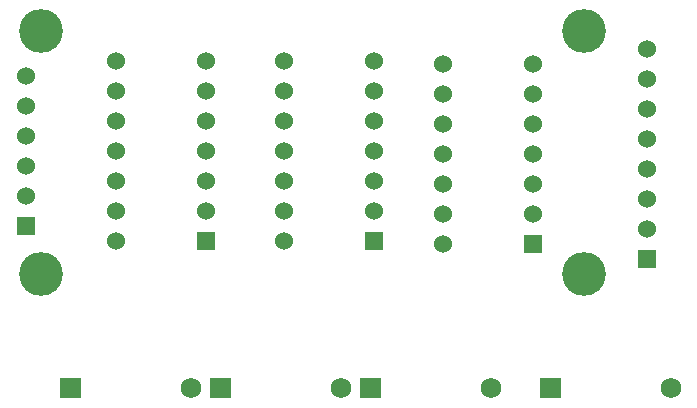
<source format=gbr>
G04 start of page 5 for group 3 idx 3 *
G04 Title: (unknown), signal3 *
G04 Creator: pcb 4.2.2 *
G04 CreationDate: Sat Jan  4 21:18:30 2025 UTC *
G04 For: electronics *
G04 Format: Gerber/RS-274X *
G04 PCB-Dimensions (mil): 2500.00 1500.00 *
G04 PCB-Coordinate-Origin: lower left *
%MOIN*%
%FSLAX25Y25*%
%LNGROUP3*%
%ADD39C,0.0280*%
%ADD38C,0.0380*%
%ADD37C,0.1200*%
%ADD36C,0.1460*%
%ADD35C,0.0600*%
%ADD34C,0.0001*%
%ADD33C,0.0680*%
G54D33*X230000Y20000D03*
G54D34*G36*
X219000Y66000D02*Y60000D01*
X225000D01*
Y66000D01*
X219000D01*
G37*
G54D35*X222000Y73000D03*
Y83000D03*
Y93000D03*
Y103000D03*
Y113000D03*
Y123000D03*
Y133000D03*
G54D34*G36*
X126600Y23400D02*Y16600D01*
X133400D01*
Y23400D01*
X126600D01*
G37*
G54D33*X170000Y20000D03*
X120000D03*
G54D34*G36*
X186600Y23400D02*Y16600D01*
X193400D01*
Y23400D01*
X186600D01*
G37*
G36*
X181000Y71000D02*Y65000D01*
X187000D01*
Y71000D01*
X181000D01*
G37*
G54D35*X184000Y78000D03*
Y88000D03*
Y98000D03*
Y108000D03*
Y118000D03*
Y128000D03*
X154000D03*
X101000Y129000D03*
X154000Y118000D03*
X101000Y119000D03*
Y109000D03*
Y99000D03*
Y89000D03*
X154000Y108000D03*
Y98000D03*
Y88000D03*
Y78000D03*
Y68000D03*
G54D34*G36*
X128000Y72000D02*Y66000D01*
X134000D01*
Y72000D01*
X128000D01*
G37*
G54D35*X101000Y69000D03*
X131000Y79000D03*
X101000D03*
X131000Y89000D03*
Y99000D03*
Y109000D03*
Y119000D03*
Y129000D03*
G54D34*G36*
X26600Y23400D02*Y16600D01*
X33400D01*
Y23400D01*
X26600D01*
G37*
G36*
X76600D02*Y16600D01*
X83400D01*
Y23400D01*
X76600D01*
G37*
G54D33*X70000Y20000D03*
G54D34*G36*
X72000Y72000D02*Y66000D01*
X78000D01*
Y72000D01*
X72000D01*
G37*
G54D35*X75000Y79000D03*
Y89000D03*
Y99000D03*
Y109000D03*
Y119000D03*
Y129000D03*
G54D34*G36*
X12000Y77000D02*Y71000D01*
X18000D01*
Y77000D01*
X12000D01*
G37*
G54D35*X15000Y84000D03*
Y94000D03*
Y104000D03*
Y114000D03*
Y124000D03*
X45000Y129000D03*
Y119000D03*
Y109000D03*
Y99000D03*
Y89000D03*
Y79000D03*
Y69000D03*
G54D36*X201000Y58000D03*
Y139000D03*
X20000D03*
Y58000D03*
G54D37*G54D38*G54D39*G54D38*G54D39*G54D38*G54D39*G54D38*G54D39*M02*

</source>
